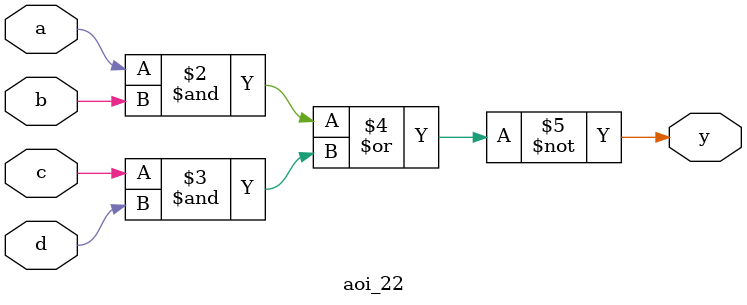
<source format=v>
module aoi_22 (
    input a,b,c,d,
    output reg y
);
    always @(*) begin
        y = ~( (a & b) | (c &d) );
    end
endmodule
</source>
